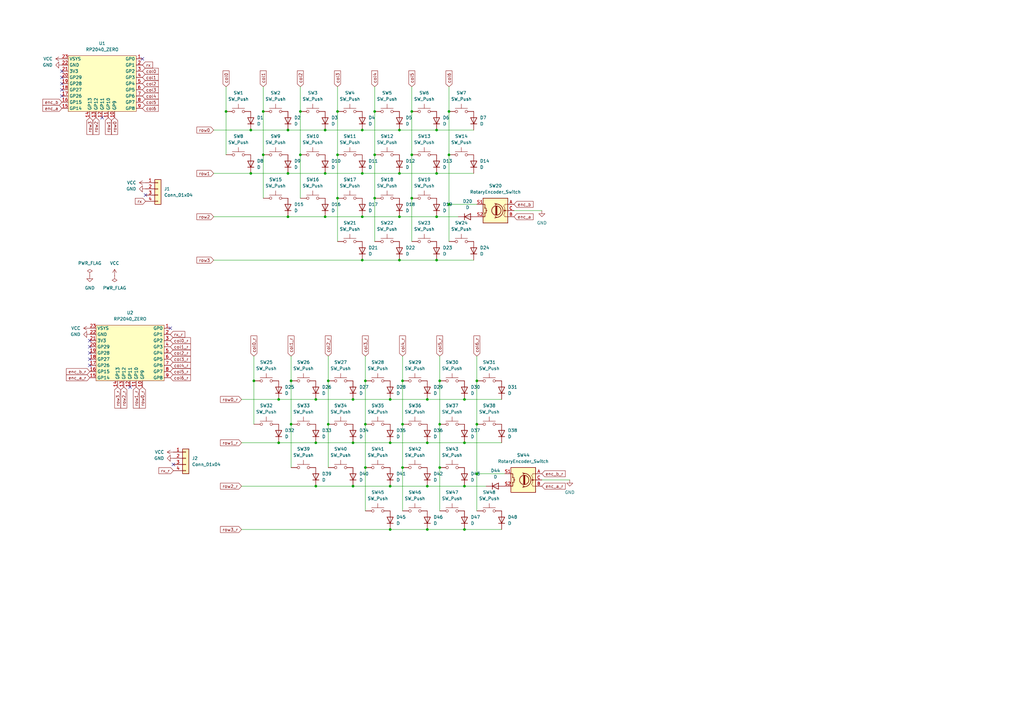
<source format=kicad_sch>
(kicad_sch (version 20230121) (generator eeschema)
  (paper "A3")
  (lib_symbols
    (symbol "Connector_Generic:Conn_01x04" (pin_names (offset 1.016) hide)
      (property "Reference" "J" (at 0 5.08 0))
      (property "Value" "Conn_01x04" (at 0 -7.62 0))
      (symbol "Conn_01x04_1_1"
        (rectangle (start -1.27 -4.953) (end 0 -5.207) (stroke (width 0.1524)))
        (rectangle (start -1.27 -2.413) (end 0 -2.667) (stroke (width 0.1524)))
        (rectangle (start -1.27 0.127) (end 0 -0.127) (stroke (width 0.1524)))
        (rectangle (start -1.27 2.667) (end 0 2.413) (stroke (width 0.1524)))
        (rectangle (start -1.27 3.81) (end 1.27 -6.35) (stroke (width 0.254)) (fill (type background)))
        (pin passive line (at -5.08 2.54 0) (length 3.81) (name "Pin_1") (number "1"))
        (pin passive line (at -5.08 0 0) (length 3.81) (name "Pin_2") (number "2"))
        (pin passive line (at -5.08 -2.54 0) (length 3.81) (name "Pin_3") (number "3"))
        (pin passive line (at -5.08 -5.08 0) (length 3.81) (name "Pin_4") (number "4"))
      )
    )
    (symbol "Device:D" (pin_numbers hide) (pin_names (offset 1.016) hide)
      (property "Reference" "D" (at 0 2.54 0))
      (property "Value" "D" (at 0 -2.54 0))
      (symbol "D_0_1"
        (polyline (pts (xy -1.27 1.27) (xy -1.27 -1.27)) (stroke (width 0.254)))
        (polyline (pts (xy 1.27 0) (xy -1.27 0)))
        (polyline (pts (xy 1.27 1.27) (xy 1.27 -1.27) (xy -1.27 0) (xy 1.27 1.27)) (stroke (width 0.254)))
      )
      (symbol "D_1_1"
        (pin passive line (at -3.81 0 0) (length 2.54) (name "K") (number "1"))
        (pin passive line (at 3.81 0 180) (length 2.54) (name "A") (number "2"))
      )
    )
    (symbol "Device:RotaryEncoder_Switch" (pin_names (offset 0.254) hide)
      (property "Reference" "SW" (at 0 6.604 0))
      (property "Value" "RotaryEncoder_Switch" (at 0 -6.604 0))
      (symbol "RotaryEncoder_Switch_0_1"
        (rectangle (start -5.08 5.08) (end 5.08 -5.08) (stroke (width 0.254)) (fill (type background)))
        (circle (center -3.81 0) (radius 0.254) (fill (type outline)))
        (circle (center -0.381 0) (radius 1.905) (stroke (width 0.254)))
        (arc (start -0.381 2.667) (mid -3.0988 -0.0635) (end -0.381 -2.794) (stroke (width 0.254)))
        (polyline (pts (xy -0.635 -1.778) (xy -0.635 1.778)) (stroke (width 0.254)))
        (polyline (pts (xy -0.381 -1.778) (xy -0.381 1.778)) (stroke (width 0.254)))
        (polyline (pts (xy -0.127 1.778) (xy -0.127 -1.778)) (stroke (width 0.254)))
        (polyline (pts (xy 3.81 0) (xy 3.429 0)) (stroke (width 0.254)))
        (polyline (pts (xy 3.81 1.016) (xy 3.81 -1.016)) (stroke (width 0.254)))
        (polyline (pts (xy -5.08 -2.54) (xy -3.81 -2.54) (xy -3.81 -2.032)))
        (polyline (pts (xy -5.08 2.54) (xy -3.81 2.54) (xy -3.81 2.032)))
        (polyline (pts (xy 0.254 -3.048) (xy -0.508 -2.794) (xy 0.127 -2.413)) (stroke (width 0.254)))
        (polyline (pts (xy 0.254 2.921) (xy -0.508 2.667) (xy 0.127 2.286)) (stroke (width 0.254)))
        (polyline (pts (xy 5.08 -2.54) (xy 4.318 -2.54) (xy 4.318 -1.016)) (stroke (width 0.254)))
        (polyline (pts (xy 5.08 2.54) (xy 4.318 2.54) (xy 4.318 1.016)) (stroke (width 0.254)))
        (polyline (pts (xy -5.08 0) (xy -3.81 0) (xy -3.81 -1.016) (xy -3.302 -2.032)))
        (polyline (pts (xy -4.318 0) (xy -3.81 0) (xy -3.81 1.016) (xy -3.302 2.032)))
        (circle (center 4.318 -1.016) (radius 0.127) (stroke (width 0.254)))
        (circle (center 4.318 1.016) (radius 0.127) (stroke (width 0.254)))
      )
      (symbol "RotaryEncoder_Switch_1_1"
        (pin passive line (at -7.62 2.54 0) (length 2.54) (name "A") (number "A"))
        (pin passive line (at -7.62 -2.54 0) (length 2.54) (name "B") (number "B"))
        (pin passive line (at -7.62 0 0) (length 2.54) (name "C") (number "C"))
        (pin passive line (at 7.62 2.54 180) (length 2.54) (name "S1") (number "S1"))
        (pin passive line (at 7.62 -2.54 180) (length 2.54) (name "S2") (number "S2"))
      )
    )
    (symbol "Switch:SW_Push" (pin_numbers hide) (pin_names (offset 1.016) hide)
      (property "Reference" "SW" (at 1.27 2.54 0))
      (property "Value" "SW_Push" (at 0 -1.524 0))
      (symbol "SW_Push_0_1"
        (circle (center -2.032 0) (radius 0.508))
        (polyline (pts (xy 0 1.27) (xy 0 3.048)))
        (polyline (pts (xy 2.54 1.27) (xy -2.54 1.27)))
        (circle (center 2.032 0) (radius 0.508))
        (pin passive line (at -5.08 0 0) (length 2.54) (name "1") (number "1"))
        (pin passive line (at 5.08 0 180) (length 2.54) (name "2") (number "2"))
      )
    )
    (symbol "kamo3:RP2040-ZERO"
      (property "Reference" "U" (at 0 13.97 0))
      (property "Value" "RP2040_ZERO" (at 0 0 0))
      (symbol "RP2040-ZERO_1_1"
        (rectangle (start -13.97 10.16) (end 13.97 -12.7) (fill (type background)))
        (pin bidirectional line (at 16.51 8.89 180) (length 2.54) (name "GP0") (number "1"))
        (pin bidirectional line (at 5.08 -15.24 90) (length 2.54) (name "GP9") (number "10"))
        (pin bidirectional line (at 2.54 -15.24 90) (length 2.54) (name "GP10") (number "11"))
        (pin bidirectional line (at 0 -15.24 90) (length 2.54) (name "GP11") (number "12"))
        (pin bidirectional line (at -2.54 -15.24 90) (length 2.54) (name "GP12") (number "13"))
        (pin bidirectional line (at -5.08 -15.24 90) (length 2.54) (name "GP13") (number "14"))
        (pin bidirectional line (at -16.51 -11.43 0) (length 2.54) (name "GP14") (number "15"))
        (pin bidirectional line (at -16.51 -8.89 0) (length 2.54) (name "GP15") (number "16"))
        (pin bidirectional line (at -16.51 -6.35 0) (length 2.54) (name "GP26") (number "17"))
        (pin bidirectional line (at -16.51 -3.81 0) (length 2.54) (name "GP27") (number "18"))
        (pin bidirectional line (at -16.51 -1.27 0) (length 2.54) (name "GP28") (number "19"))
        (pin bidirectional line (at 16.51 6.35 180) (length 2.54) (name "GP1") (number "2"))
        (pin bidirectional line (at -16.51 1.27 0) (length 2.54) (name "GP29") (number "20"))
        (pin power_out line (at -16.51 3.81 0) (length 2.54) (name "3V3") (number "21"))
        (pin power_in line (at -16.51 6.35 0) (length 2.54) (name "GND") (number "22"))
        (pin power_in line (at -16.51 8.89 0) (length 2.54) (name "VSYS") (number "23"))
        (pin bidirectional line (at 16.51 3.81 180) (length 2.54) (name "GP2") (number "3"))
        (pin bidirectional line (at 16.51 1.27 180) (length 2.54) (name "GP3") (number "4"))
        (pin bidirectional line (at 16.51 -1.27 180) (length 2.54) (name "GP4") (number "5"))
        (pin bidirectional line (at 16.51 -3.81 180) (length 2.54) (name "GP5") (number "6"))
        (pin bidirectional line (at 16.51 -6.35 180) (length 2.54) (name "GP6") (number "7"))
        (pin bidirectional line (at 16.51 -8.89 180) (length 2.54) (name "GP7") (number "8"))
        (pin bidirectional line (at 16.51 -11.43 180) (length 2.54) (name "GP8") (number "9"))
      )
    )
    (symbol "power:GND" (power) (pin_names (offset 0))
      (property "Value" "GND" (at 0 -3.81 0))
      (symbol "GND_0_1"
        (polyline (pts (xy 0 0) (xy 0 -1.27) (xy 1.27 -1.27) (xy 0 -2.54) (xy -1.27 -1.27) (xy 0 -1.27)))
      )
      (symbol "GND_1_1"
        (pin power_in line (at 0 0 270) (length 0) hide (name "GND") (number "1"))
      )
    )
    (symbol "power:PWR_FLAG" (power) (pin_numbers hide) (pin_names (offset 0) hide)
      (property "Value" "PWR_FLAG" (at 0 3.81 0))
      (symbol "PWR_FLAG_0_0"
        (pin power_out line (at 0 0 90) (length 0) (name "pwr") (number "1"))
      )
      (symbol "PWR_FLAG_0_1"
        (polyline (pts (xy 0 0) (xy 0 1.27) (xy -1.016 1.905) (xy 0 2.54) (xy 1.016 1.905) (xy 0 1.27)))
      )
    )
    (symbol "power:VCC" (power) (pin_names (offset 0))
      (property "Value" "VCC" (at 0 3.81 0))
      (symbol "VCC_0_1"
        (polyline (pts (xy -0.762 1.27) (xy 0 2.54)))
        (polyline (pts (xy 0 0) (xy 0 2.54)))
        (polyline (pts (xy 0 2.54) (xy 0.762 1.27)))
      )
      (symbol "VCC_1_1"
        (pin power_in line (at 0 0 90) (length 0) hide (name "VCC") (number "1"))
      )
    )
  )
  (junction (at 165.1 156.21))
  (junction (at 163.83 88.9))
  (junction (at 144.78 181.61))
  (junction (at 160.02 163.83))
  (junction (at 175.26 181.61))
  (junction (at 148.59 71.12))
  (junction (at 179.07 88.9))
  (junction (at 163.83 53.34))
  (junction (at 138.43 81.28))
  (junction (at 104.14 156.21))
  (junction (at 144.78 199.39))
  (junction (at 180.34 156.21))
  (junction (at 92.71 45.72))
  (junction (at 102.87 71.12))
  (junction (at 102.87 53.34))
  (junction (at 118.11 88.9))
  (junction (at 148.59 88.9))
  (junction (at 175.26 199.39))
  (junction (at 123.19 45.72))
  (junction (at 184.15 83.82))
  (junction (at 175.26 217.17))
  (junction (at 114.3 181.61))
  (junction (at 144.78 163.83))
  (junction (at 179.07 71.12))
  (junction (at 153.67 45.72))
  (junction (at 134.62 156.21))
  (junction (at 190.5 199.39))
  (junction (at 119.38 173.99))
  (junction (at 149.86 156.21))
  (junction (at 180.34 191.77))
  (junction (at 163.83 106.68))
  (junction (at 148.59 53.34))
  (junction (at 138.43 63.5))
  (junction (at 153.67 81.28))
  (junction (at 190.5 217.17))
  (junction (at 179.07 53.34))
  (junction (at 163.83 71.12))
  (junction (at 138.43 45.72))
  (junction (at 149.86 173.99))
  (junction (at 123.19 63.5))
  (junction (at 107.95 63.5))
  (junction (at 153.67 63.5))
  (junction (at 180.34 173.99))
  (junction (at 165.1 191.77))
  (junction (at 133.35 88.9))
  (junction (at 190.5 181.61))
  (junction (at 118.11 71.12))
  (junction (at 133.35 53.34))
  (junction (at 160.02 199.39))
  (junction (at 134.62 173.99))
  (junction (at 107.95 45.72))
  (junction (at 160.02 217.17))
  (junction (at 160.02 181.61))
  (junction (at 195.58 156.21))
  (junction (at 179.07 106.68))
  (junction (at 119.38 156.21))
  (junction (at 148.59 106.68))
  (junction (at 195.58 194.31))
  (junction (at 184.15 45.72))
  (junction (at 190.5 163.83))
  (junction (at 133.35 71.12))
  (junction (at 114.3 163.83))
  (junction (at 184.15 63.5))
  (junction (at 129.54 199.39))
  (junction (at 118.11 53.34))
  (junction (at 129.54 163.83))
  (junction (at 168.91 81.28))
  (junction (at 168.91 45.72))
  (junction (at 129.54 181.61))
  (junction (at 149.86 191.77))
  (junction (at 168.91 63.5))
  (junction (at 165.1 173.99))
  (junction (at 175.26 163.83))
  (junction (at 195.58 173.99))
  (no_connect (at 58.42 24.13))
  (no_connect (at 25.4 31.75))
  (no_connect (at 69.85 134.62))
  (no_connect (at 25.4 29.21))
  (no_connect (at 53.34 158.75))
  (no_connect (at 71.12 190.5))
  (no_connect (at 36.83 149.86))
  (no_connect (at 36.83 144.78))
  (no_connect (at 25.4 34.29))
  (no_connect (at 59.69 80.01))
  (no_connect (at 36.83 142.24))
  (no_connect (at 36.83 139.7))
  (no_connect (at 41.91 48.26))
  (no_connect (at 36.83 147.32))
  (no_connect (at 25.4 39.37))
  (no_connect (at 25.4 36.83))
  (wire (pts (xy 123.19 63.5) (xy 123.19 81.28)))
  (wire (pts (xy 138.43 45.72) (xy 138.43 63.5)))
  (wire (pts (xy 119.38 156.21) (xy 119.38 173.99)))
  (wire (pts (xy 134.62 156.21) (xy 134.62 173.99)))
  (wire (pts (xy 222.25 196.85) (xy 233.68 196.85)))
  (wire (pts (xy 129.54 163.83) (xy 144.78 163.83)))
  (wire (pts (xy 179.07 53.34) (xy 194.31 53.34)))
  (wire (pts (xy 114.3 181.61) (xy 129.54 181.61)))
  (wire (pts (xy 119.38 146.05) (xy 119.38 156.21)))
  (wire (pts (xy 149.86 156.21) (xy 149.86 173.99)))
  (wire (pts (xy 138.43 63.5) (xy 138.43 81.28)))
  (wire (pts (xy 195.58 194.31) (xy 195.58 209.55)))
  (wire (pts (xy 87.63 88.9) (xy 118.11 88.9)))
  (wire (pts (xy 168.91 63.5) (xy 168.91 81.28)))
  (wire (pts (xy 104.14 146.05) (xy 104.14 156.21)))
  (wire (pts (xy 87.63 71.12) (xy 102.87 71.12)))
  (wire (pts (xy 195.58 173.99) (xy 195.58 194.31)))
  (wire (pts (xy 160.02 199.39) (xy 175.26 199.39)))
  (wire (pts (xy 168.91 45.72) (xy 168.91 63.5)))
  (wire (pts (xy 175.26 217.17) (xy 190.5 217.17)))
  (wire (pts (xy 190.5 163.83) (xy 205.74 163.83)))
  (wire (pts (xy 180.34 191.77) (xy 180.34 209.55)))
  (wire (pts (xy 144.78 163.83) (xy 160.02 163.83)))
  (wire (pts (xy 165.1 146.05) (xy 165.1 156.21)))
  (wire (pts (xy 92.71 35.56) (xy 92.71 45.72)))
  (wire (pts (xy 134.62 173.99) (xy 134.62 191.77)))
  (wire (pts (xy 153.67 63.5) (xy 153.67 81.28)))
  (wire (pts (xy 153.67 35.56) (xy 153.67 45.72)))
  (wire (pts (xy 107.95 35.56) (xy 107.95 45.72)))
  (wire (pts (xy 138.43 35.56) (xy 138.43 45.72)))
  (wire (pts (xy 133.35 53.34) (xy 148.59 53.34)))
  (wire (pts (xy 210.82 86.36) (xy 222.25 86.36)))
  (wire (pts (xy 195.58 156.21) (xy 195.58 173.99)))
  (wire (pts (xy 168.91 35.56) (xy 168.91 45.72)))
  (wire (pts (xy 190.5 217.17) (xy 205.74 217.17)))
  (wire (pts (xy 123.19 35.56) (xy 123.19 45.72)))
  (wire (pts (xy 184.15 45.72) (xy 184.15 63.5)))
  (wire (pts (xy 153.67 45.72) (xy 153.67 63.5)))
  (wire (pts (xy 99.06 217.17) (xy 160.02 217.17)))
  (wire (pts (xy 138.43 81.28) (xy 138.43 99.06)))
  (wire (pts (xy 184.15 83.82) (xy 195.58 83.82)))
  (wire (pts (xy 148.59 53.34) (xy 163.83 53.34)))
  (wire (pts (xy 190.5 181.61) (xy 205.74 181.61)))
  (wire (pts (xy 144.78 181.61) (xy 160.02 181.61)))
  (wire (pts (xy 99.06 199.39) (xy 129.54 199.39)))
  (wire (pts (xy 99.06 163.83) (xy 114.3 163.83)))
  (wire (pts (xy 180.34 173.99) (xy 180.34 191.77)))
  (wire (pts (xy 148.59 88.9) (xy 163.83 88.9)))
  (wire (pts (xy 168.91 81.28) (xy 168.91 99.06)))
  (wire (pts (xy 148.59 71.12) (xy 163.83 71.12)))
  (wire (pts (xy 163.83 88.9) (xy 179.07 88.9)))
  (wire (pts (xy 165.1 173.99) (xy 165.1 191.77)))
  (wire (pts (xy 99.06 181.61) (xy 114.3 181.61)))
  (wire (pts (xy 153.67 81.28) (xy 153.67 99.06)))
  (wire (pts (xy 195.58 146.05) (xy 195.58 156.21)))
  (wire (pts (xy 165.1 156.21) (xy 165.1 173.99)))
  (wire (pts (xy 119.38 173.99) (xy 119.38 191.77)))
  (wire (pts (xy 165.1 191.77) (xy 165.1 209.55)))
  (wire (pts (xy 148.59 106.68) (xy 163.83 106.68)))
  (wire (pts (xy 133.35 71.12) (xy 148.59 71.12)))
  (wire (pts (xy 102.87 53.34) (xy 118.11 53.34)))
  (wire (pts (xy 179.07 71.12) (xy 194.31 71.12)))
  (wire (pts (xy 87.63 53.34) (xy 102.87 53.34)))
  (wire (pts (xy 107.95 45.72) (xy 107.95 63.5)))
  (wire (pts (xy 118.11 88.9) (xy 133.35 88.9)))
  (wire (pts (xy 179.07 88.9) (xy 187.96 88.9)))
  (wire (pts (xy 163.83 106.68) (xy 179.07 106.68)))
  (wire (pts (xy 129.54 199.39) (xy 144.78 199.39)))
  (wire (pts (xy 184.15 83.82) (xy 184.15 99.06)))
  (wire (pts (xy 180.34 146.05) (xy 180.34 156.21)))
  (wire (pts (xy 129.54 181.61) (xy 144.78 181.61)))
  (wire (pts (xy 184.15 35.56) (xy 184.15 45.72)))
  (wire (pts (xy 160.02 163.83) (xy 175.26 163.83)))
  (wire (pts (xy 184.15 63.5) (xy 184.15 83.82)))
  (wire (pts (xy 179.07 106.68) (xy 194.31 106.68)))
  (wire (pts (xy 175.26 163.83) (xy 190.5 163.83)))
  (wire (pts (xy 104.14 156.21) (xy 104.14 173.99)))
  (wire (pts (xy 149.86 191.77) (xy 149.86 209.55)))
  (wire (pts (xy 118.11 53.34) (xy 133.35 53.34)))
  (wire (pts (xy 160.02 181.61) (xy 175.26 181.61)))
  (wire (pts (xy 190.5 199.39) (xy 199.39 199.39)))
  (wire (pts (xy 87.63 106.68) (xy 148.59 106.68)))
  (wire (pts (xy 149.86 146.05) (xy 149.86 156.21)))
  (wire (pts (xy 160.02 217.17) (xy 175.26 217.17)))
  (wire (pts (xy 92.71 45.72) (xy 92.71 63.5)))
  (wire (pts (xy 163.83 71.12) (xy 179.07 71.12)))
  (wire (pts (xy 144.78 199.39) (xy 160.02 199.39)))
  (wire (pts (xy 175.26 181.61) (xy 190.5 181.61)))
  (wire (pts (xy 107.95 63.5) (xy 107.95 81.28)))
  (wire (pts (xy 180.34 156.21) (xy 180.34 173.99)))
  (wire (pts (xy 175.26 199.39) (xy 190.5 199.39)))
  (wire (pts (xy 118.11 71.12) (xy 133.35 71.12)))
  (wire (pts (xy 134.62 146.05) (xy 134.62 156.21)))
  (wire (pts (xy 133.35 88.9) (xy 148.59 88.9)))
  (wire (pts (xy 123.19 45.72) (xy 123.19 63.5)))
  (wire (pts (xy 102.87 71.12) (xy 118.11 71.12)))
  (wire (pts (xy 114.3 163.83) (xy 129.54 163.83)))
  (wire (pts (xy 149.86 173.99) (xy 149.86 191.77)))
  (wire (pts (xy 163.83 53.34) (xy 179.07 53.34)))
  (wire (pts (xy 195.58 194.31) (xy 207.01 194.31)))
  (global_label "row1_r" (shape input) (at 99.06 181.61 180) (property "Intersheetrefs" "${INTERSHEET_REFS}" (effects hide)))
  (global_label "col2" (shape input) (at 58.42 34.29 0) (property "Intersheetrefs" "${INTERSHEET_REFS}" (effects hide)))
  (global_label "row0_r" (shape input) (at 99.06 163.83 180) (property "Intersheetrefs" "${INTERSHEET_REFS}" (effects hide)))
  (global_label "col3_r" (shape input) (at 149.86 146.05 90) (property "Intersheetrefs" "${INTERSHEET_REFS}" (effects hide)))
  (global_label "row3_r" (shape input) (at 48.26 158.75 270) (property "Intersheetrefs" "${INTERSHEET_REFS}" (effects hide)))
  (global_label "col4" (shape input) (at 153.67 35.56 90) (property "Intersheetrefs" "${INTERSHEET_REFS}" (effects hide)))
  (global_label "enc_b_r" (shape input) (at 222.25 194.31 0) (property "Intersheetrefs" "${INTERSHEET_REFS}" (effects hide)))
  (global_label "row1" (shape input) (at 44.45 48.26 270) (property "Intersheetrefs" "${INTERSHEET_REFS}" (effects hide)))
  (global_label "row2_r" (shape input) (at 99.06 199.39 180) (property "Intersheetrefs" "${INTERSHEET_REFS}" (effects hide)))
  (global_label "col2_r" (shape input) (at 69.85 144.78 0) (property "Intersheetrefs" "${INTERSHEET_REFS}" (effects hide)))
  (global_label "col0_r" (shape input) (at 104.14 146.05 90) (property "Intersheetrefs" "${INTERSHEET_REFS}" (effects hide)))
  (global_label "col6" (shape input) (at 184.15 35.56 90) (property "Intersheetrefs" "${INTERSHEET_REFS}" (effects hide)))
  (global_label "col5" (shape input) (at 168.91 35.56 90) (property "Intersheetrefs" "${INTERSHEET_REFS}" (effects hide)))
  (global_label "enc_a" (shape input) (at 25.4 44.45 180) (property "Intersheetrefs" "${INTERSHEET_REFS}" (effects hide)))
  (global_label "rx_r" (shape input) (at 71.12 193.04 180) (property "Intersheetrefs" "${INTERSHEET_REFS}" (effects hide)))
  (global_label "col3_r" (shape input) (at 69.85 147.32 0) (property "Intersheetrefs" "${INTERSHEET_REFS}" (effects hide)))
  (global_label "col2_r" (shape input) (at 134.62 146.05 90) (property "Intersheetrefs" "${INTERSHEET_REFS}" (effects hide)))
  (global_label "row0_r" (shape input) (at 58.42 158.75 270) (property "Intersheetrefs" "${INTERSHEET_REFS}" (effects hide)))
  (global_label "col3" (shape input) (at 138.43 35.56 90) (property "Intersheetrefs" "${INTERSHEET_REFS}" (effects hide)))
  (global_label "col6" (shape input) (at 58.42 44.45 0) (property "Intersheetrefs" "${INTERSHEET_REFS}" (effects hide)))
  (global_label "row2" (shape input) (at 39.37 48.26 270) (property "Intersheetrefs" "${INTERSHEET_REFS}" (effects hide)))
  (global_label "col4_r" (shape input) (at 165.1 146.05 90) (property "Intersheetrefs" "${INTERSHEET_REFS}" (effects hide)))
  (global_label "col4" (shape input) (at 58.42 39.37 0) (property "Intersheetrefs" "${INTERSHEET_REFS}" (effects hide)))
  (global_label "enc_a" (shape input) (at 210.82 88.9 0) (property "Intersheetrefs" "${INTERSHEET_REFS}" (effects hide)))
  (global_label "row3" (shape input) (at 36.83 48.26 270) (property "Intersheetrefs" "${INTERSHEET_REFS}" (effects hide)))
  (global_label "row3_r" (shape input) (at 99.06 217.17 180) (property "Intersheetrefs" "${INTERSHEET_REFS}" (effects hide)))
  (global_label "col5" (shape input) (at 58.42 41.91 0) (property "Intersheetrefs" "${INTERSHEET_REFS}" (effects hide)))
  (global_label "row2_r" (shape input) (at 50.8 158.75 270) (property "Intersheetrefs" "${INTERSHEET_REFS}" (effects hide)))
  (global_label "enc_b" (shape input) (at 25.4 41.91 180) (property "Intersheetrefs" "${INTERSHEET_REFS}" (effects hide)))
  (global_label "col4_r" (shape input) (at 69.85 149.86 0) (property "Intersheetrefs" "${INTERSHEET_REFS}" (effects hide)))
  (global_label "row1_r" (shape input) (at 55.88 158.75 270) (property "Intersheetrefs" "${INTERSHEET_REFS}" (effects hide)))
  (global_label "col1_r" (shape input) (at 69.85 142.24 0) (property "Intersheetrefs" "${INTERSHEET_REFS}" (effects hide)))
  (global_label "col6_r" (shape input) (at 69.85 154.94 0) (property "Intersheetrefs" "${INTERSHEET_REFS}" (effects hide)))
  (global_label "enc_b_r" (shape input) (at 36.83 152.4 180) (property "Intersheetrefs" "${INTERSHEET_REFS}" (effects hide)))
  (global_label "row0" (shape input) (at 87.63 53.34 180) (property "Intersheetrefs" "${INTERSHEET_REFS}" (effects hide)))
  (global_label "row1" (shape input) (at 87.63 71.12 180) (property "Intersheetrefs" "${INTERSHEET_REFS}" (effects hide)))
  (global_label "rx" (shape input) (at 59.69 82.55 180) (property "Intersheetrefs" "${INTERSHEET_REFS}" (effects hide)))
  (global_label "col5_r" (shape input) (at 180.34 146.05 90) (property "Intersheetrefs" "${INTERSHEET_REFS}" (effects hide)))
  (global_label "col0" (shape input) (at 92.71 35.56 90) (property "Intersheetrefs" "${INTERSHEET_REFS}" (effects hide)))
  (global_label "col6_r" (shape input) (at 195.58 146.05 90) (property "Intersheetrefs" "${INTERSHEET_REFS}" (effects hide)))
  (global_label "rx_r" (shape input) (at 69.85 137.16 0) (property "Intersheetrefs" "${INTERSHEET_REFS}" (effects hide)))
  (global_label "col3" (shape input) (at 58.42 36.83 0) (property "Intersheetrefs" "${INTERSHEET_REFS}" (effects hide)))
  (global_label "col0" (shape input) (at 58.42 29.21 0) (property "Intersheetrefs" "${INTERSHEET_REFS}" (effects hide)))
  (global_label "col1" (shape input) (at 107.95 35.56 90) (property "Intersheetrefs" "${INTERSHEET_REFS}" (effects hide)))
  (global_label "enc_a_r" (shape input) (at 222.25 199.39 0) (property "Intersheetrefs" "${INTERSHEET_REFS}" (effects hide)))
  (global_label "col0_r" (shape input) (at 69.85 139.7 0) (property "Intersheetrefs" "${INTERSHEET_REFS}" (effects hide)))
  (global_label "row3" (shape input) (at 87.63 106.68 180) (property "Intersheetrefs" "${INTERSHEET_REFS}" (effects hide)))
  (global_label "col2" (shape input) (at 123.19 35.56 90) (property "Intersheetrefs" "${INTERSHEET_REFS}" (effects hide)))
  (global_label "row0" (shape input) (at 46.99 48.26 270) (property "Intersheetrefs" "${INTERSHEET_REFS}" (effects hide)))
  (global_label "col1" (shape input) (at 58.42 31.75 0) (property "Intersheetrefs" "${INTERSHEET_REFS}" (effects hide)))
  (global_label "col5_r" (shape input) (at 69.85 152.4 0) (property "Intersheetrefs" "${INTERSHEET_REFS}" (effects hide)))
  (global_label "row2" (shape input) (at 87.63 88.9 180) (property "Intersheetrefs" "${INTERSHEET_REFS}" (effects hide)))
  (global_label "col1_r" (shape input) (at 119.38 146.05 90) (property "Intersheetrefs" "${INTERSHEET_REFS}" (effects hide)))
  (global_label "enc_a_r" (shape input) (at 36.83 154.94 180) (property "Intersheetrefs" "${INTERSHEET_REFS}" (effects hide)))
  (global_label "enc_b" (shape input) (at 210.82 83.82 0) (property "Intersheetrefs" "${INTERSHEET_REFS}" (effects hide)))
  (global_label "rx" (shape input) (at 58.42 26.67 0) (property "Intersheetrefs" "${INTERSHEET_REFS}" (effects hide)))
  (symbol (lib_id "Device:D") (at 144.78 160.02 90) (unit 1)
    (property "Reference" "D27" (at 147.32 158.75 90) (effects (justify right)))
    (property "Value" "D" (at 147.32 161.29 90) (effects (justify right)))
    (property "Footprint" "kamo3:Diode_SOD123" (effects hide))
    (property "Sim.Device" "D" (effects hide))
    (property "Sim.Pins" "1=K 2=A" (effects hide))
  )
  (symbol (lib_id "Switch:SW_Push") (at 139.7 156.21 0) (unit 1)
    (property "Reference" "SW27" (at 139.7 148.59 0))
    (property "Value" "SW_Push" (at 139.7 151.13 0))
    (property "Footprint" "kamo3:SW_CherryMX_Hotswap_1.00u" (effects hide))
  )
  (symbol (lib_id "Switch:SW_Push") (at 113.03 81.28 0) (unit 1)
    (property "Reference" "SW15" (at 113.03 73.66 0))
    (property "Value" "SW_Push" (at 113.03 76.2 0))
    (property "Footprint" "kamo3:SW_CherryMX_Hotswap_1.00u" (effects hide))
  )
  (symbol (lib_id "Device:D") (at 118.11 85.09 90) (unit 1)
    (property "Reference" "D15" (at 120.65 83.82 90) (effects (justify right)))
    (property "Value" "D" (at 120.65 86.36 90) (effects (justify right)))
    (property "Footprint" "kamo3:Diode_SOD123" (effects hide))
    (property "Sim.Device" "D" (effects hide))
    (property "Sim.Pins" "1=K 2=A" (effects hide))
  )
  (symbol (lib_id "Switch:SW_Push") (at 173.99 81.28 0) (unit 1)
    (property "Reference" "SW19" (at 173.99 73.66 0))
    (property "Value" "SW_Push" (at 173.99 76.2 0))
    (property "Footprint" "kamo3:SW_CherryMX_Hotswap_1.00u" (effects hide))
  )
  (symbol (lib_id "Switch:SW_Push") (at 154.94 173.99 0) (unit 1)
    (property "Reference" "SW35" (at 154.94 166.37 0))
    (property "Value" "SW_Push" (at 154.94 168.91 0))
    (property "Footprint" "kamo3:SW_CherryMX_Hotswap_1.00u" (effects hide))
  )
  (symbol (lib_id "Device:D") (at 114.3 177.8 90) (unit 1)
    (property "Reference" "D32" (at 116.84 176.53 90) (effects (justify right)))
    (property "Value" "D" (at 116.84 179.07 90) (effects (justify right)))
    (property "Footprint" "kamo3:Diode_SOD123" (effects hide))
    (property "Sim.Device" "D" (effects hide))
    (property "Sim.Pins" "1=K 2=A" (effects hide))
  )
  (symbol (lib_id "Switch:SW_Push") (at 113.03 45.72 0) (unit 1)
    (property "Reference" "SW2" (at 113.03 38.1 0))
    (property "Value" "SW_Push" (at 113.03 40.64 0))
    (property "Footprint" "kamo3:SW_CherryMX_Hotswap_1.00u" (effects hide))
  )
  (symbol (lib_id "Switch:SW_Push") (at 109.22 156.21 0) (unit 1)
    (property "Reference" "SW25" (at 109.22 148.59 0))
    (property "Value" "SW_Push" (at 109.22 151.13 0))
    (property "Footprint" "kamo3:SW_CherryMX_Hotswap_1.00u" (effects hide))
  )
  (symbol (lib_id "Switch:SW_Push") (at 189.23 45.72 0) (unit 1)
    (property "Reference" "SW7" (at 189.23 38.1 0))
    (property "Value" "SW_Push" (at 189.23 40.64 0))
    (property "Footprint" "kamo3:SW_CherryMX_Hotswap_1.00u" (effects hide))
  )
  (symbol (lib_id "Device:D") (at 205.74 160.02 90) (unit 1)
    (property "Reference" "D31" (at 208.28 158.75 90) (effects (justify right)))
    (property "Value" "D" (at 208.28 161.29 90) (effects (justify right)))
    (property "Footprint" "kamo3:Diode_SOD123" (effects hide))
    (property "Sim.Device" "D" (effects hide))
    (property "Sim.Pins" "1=K 2=A" (effects hide))
  )
  (symbol (lib_id "Switch:SW_Push") (at 143.51 99.06 0) (unit 1)
    (property "Reference" "SW21" (at 143.51 91.44 0))
    (property "Value" "SW_Push" (at 143.51 93.98 0))
    (property "Footprint" "kamo3:SW_CherryMX_Hotswap_1.00u" (effects hide))
  )
  (symbol (lib_id "Device:D") (at 175.26 195.58 90) (unit 1)
    (property "Reference" "D42" (at 177.8 194.31 90) (effects (justify right)))
    (property "Value" "D" (at 177.8 196.85 90) (effects (justify right)))
    (property "Footprint" "kamo3:Diode_SOD123" (effects hide))
    (property "Sim.Device" "D" (effects hide))
    (property "Sim.Pins" "1=K 2=A" (effects hide))
  )
  (symbol (lib_id "Device:D") (at 129.54 195.58 90) (unit 1)
    (property "Reference" "D39" (at 132.08 194.31 90) (effects (justify right)))
    (property "Value" "D" (at 132.08 196.85 90) (effects (justify right)))
    (property "Footprint" "kamo3:Diode_SOD123" (effects hide))
    (property "Sim.Device" "D" (effects hide))
    (property "Sim.Pins" "1=K 2=A" (effects hide))
  )
  (symbol (lib_id "Device:D") (at 102.87 67.31 90) (unit 1)
    (property "Reference" "D8" (at 105.41 66.04 90) (effects (justify right)))
    (property "Value" "D" (at 105.41 68.58 90) (effects (justify right)))
    (property "Footprint" "kamo3:Diode_SOD123" (effects hide))
    (property "Sim.Device" "D" (effects hide))
    (property "Sim.Pins" "1=K 2=A" (effects hide))
  )
  (symbol (lib_id "Switch:SW_Push") (at 200.66 173.99 0) (unit 1)
    (property "Reference" "SW38" (at 200.66 166.37 0))
    (property "Value" "SW_Push" (at 200.66 168.91 0))
    (property "Footprint" "kamo3:SW_CherryMX_Hotswap_1.00u" (effects hide))
  )
  (symbol (lib_id "Switch:SW_Push") (at 128.27 81.28 0) (unit 1)
    (property "Reference" "SW16" (at 128.27 73.66 0))
    (property "Value" "SW_Push" (at 128.27 76.2 0))
    (property "Footprint" "kamo3:SW_CherryMX_Hotswap_1.00u" (effects hide))
  )
  (symbol (lib_id "power:PWR_FLAG") (at 46.99 113.03 180) (unit 1)
    (property "Reference" "#FLG02" (effects hide))
    (property "Value" "PWR_FLAG" (at 46.99 118.11 0))
  )
  (symbol (lib_id "Device:D") (at 129.54 177.8 90) (unit 1)
    (property "Reference" "D33" (at 132.08 176.53 90) (effects (justify right)))
    (property "Value" "D" (at 132.08 179.07 90) (effects (justify right)))
    (property "Footprint" "kamo3:Diode_SOD123" (effects hide))
    (property "Sim.Device" "D" (effects hide))
    (property "Sim.Pins" "1=K 2=A" (effects hide))
  )
  (symbol (lib_id "Switch:SW_Push") (at 170.18 173.99 0) (unit 1)
    (property "Reference" "SW36" (at 170.18 166.37 0))
    (property "Value" "SW_Push" (at 170.18 168.91 0))
    (property "Footprint" "kamo3:SW_CherryMX_Hotswap_1.00u" (effects hide))
  )
  (symbol (lib_id "Switch:SW_Push") (at 158.75 99.06 0) (unit 1)
    (property "Reference" "SW22" (at 158.75 91.44 0))
    (property "Value" "SW_Push" (at 158.75 93.98 0))
    (property "Footprint" "kamo3:SW_CherryMX_Hotswap_1.00u" (effects hide))
  )
  (symbol (lib_id "Device:D") (at 190.5 177.8 90) (unit 1)
    (property "Reference" "D37" (at 193.04 176.53 90) (effects (justify right)))
    (property "Value" "D" (at 193.04 179.07 90) (effects (justify right)))
    (property "Footprint" "kamo3:Diode_SOD123" (effects hide))
    (property "Sim.Device" "D" (effects hide))
    (property "Sim.Pins" "1=K 2=A" (effects hide))
  )
  (symbol (lib_id "Device:D") (at 179.07 102.87 90) (unit 1)
    (property "Reference" "D23" (at 181.61 101.6 90) (effects (justify right)))
    (property "Value" "D" (at 181.61 104.14 90) (effects (justify right)))
    (property "Footprint" "kamo3:Diode_SOD123" (effects hide))
    (property "Sim.Device" "D" (effects hide))
    (property "Sim.Pins" "1=K 2=A" (effects hide))
  )
  (symbol (lib_id "Device:D") (at 148.59 102.87 90) (unit 1)
    (property "Reference" "D21" (at 151.13 101.6 90) (effects (justify right)))
    (property "Value" "D" (at 151.13 104.14 90) (effects (justify right)))
    (property "Footprint" "kamo3:Diode_SOD123" (effects hide))
    (property "Sim.Device" "D" (effects hide))
    (property "Sim.Pins" "1=K 2=A" (effects hide))
  )
  (symbol (lib_id "Device:D") (at 194.31 67.31 90) (unit 1)
    (property "Reference" "D14" (at 196.85 66.04 90) (effects (justify right)))
    (property "Value" "D" (at 196.85 68.58 90) (effects (justify right)))
    (property "Footprint" "kamo3:Diode_SOD123" (effects hide))
    (property "Sim.Device" "D" (effects hide))
    (property "Sim.Pins" "1=K 2=A" (effects hide))
  )
  (symbol (lib_id "Switch:SW_Push") (at 200.66 209.55 0) (unit 1)
    (property "Reference" "SW48" (at 200.66 201.93 0))
    (property "Value" "SW_Push" (at 200.66 204.47 0))
    (property "Footprint" "kamo3:SW_CherryMX_Hotswap_1.50u" (effects hide))
  )
  (symbol (lib_id "Switch:SW_Push") (at 173.99 45.72 0) (unit 1)
    (property "Reference" "SW6" (at 173.99 38.1 0))
    (property "Value" "SW_Push" (at 173.99 40.64 0))
    (property "Footprint" "kamo3:SW_CherryMX_Hotswap_1.00u" (effects hide))
  )
  (symbol (lib_id "Device:D") (at 160.02 160.02 90) (unit 1)
    (property "Reference" "D28" (at 162.56 158.75 90) (effects (justify right)))
    (property "Value" "D" (at 162.56 161.29 90) (effects (justify right)))
    (property "Footprint" "kamo3:Diode_SOD123" (effects hide))
    (property "Sim.Device" "D" (effects hide))
    (property "Sim.Pins" "1=K 2=A" (effects hide))
  )
  (symbol (lib_id "Device:D") (at 148.59 67.31 90) (unit 1)
    (property "Reference" "D11" (at 151.13 66.04 90) (effects (justify right)))
    (property "Value" "D" (at 151.13 68.58 90) (effects (justify right)))
    (property "Footprint" "kamo3:Diode_SOD123" (effects hide))
    (property "Sim.Device" "D" (effects hide))
    (property "Sim.Pins" "1=K 2=A" (effects hide))
  )
  (symbol (lib_id "Switch:SW_Push") (at 170.18 191.77 0) (unit 1)
    (property "Reference" "SW42" (at 170.18 184.15 0))
    (property "Value" "SW_Push" (at 170.18 186.69 0))
    (property "Footprint" "kamo3:SW_CherryMX_Hotswap_1.00u" (effects hide))
  )
  (symbol (lib_id "power:PWR_FLAG") (at 36.83 113.03 0) (unit 1)
    (property "Reference" "#FLG01" (effects hide))
    (property "Value" "PWR_FLAG" (at 36.83 107.95 0))
  )
  (symbol (lib_id "Device:D") (at 191.77 88.9 0) (unit 1)
    (property "Reference" "D20" (at 191.77 82.55 0))
    (property "Value" "D" (at 191.77 85.09 0))
    (property "Footprint" "kamo3:Diode_SOD123" (effects hide))
    (property "Sim.Device" "D" (effects hide))
    (property "Sim.Pins" "1=K 2=A" (effects hide))
  )
  (symbol (lib_id "power:VCC") (at 46.99 113.03 0) (unit 1)
    (property "Reference" "#PWR012" (effects hide))
    (property "Value" "VCC" (at 46.99 107.95 0))
  )
  (symbol (lib_id "Switch:SW_Push") (at 189.23 99.06 0) (unit 1)
    (property "Reference" "SW24" (at 189.23 91.44 0))
    (property "Value" "SW_Push" (at 189.23 93.98 0))
    (property "Footprint" "kamo3:SW_CherryMX_Hotswap_1.50u" (effects hide))
  )
  (symbol (lib_id "Device:D") (at 160.02 177.8 90) (unit 1)
    (property "Reference" "D35" (at 162.56 176.53 90) (effects (justify right)))
    (property "Value" "D" (at 162.56 179.07 90) (effects (justify right)))
    (property "Footprint" "kamo3:Diode_SOD123" (effects hide))
    (property "Sim.Device" "D" (effects hide))
    (property "Sim.Pins" "1=K 2=A" (effects hide))
  )
  (symbol (lib_id "Device:D") (at 179.07 85.09 90) (unit 1)
    (property "Reference" "D19" (at 181.61 83.82 90) (effects (justify right)))
    (property "Value" "D" (at 181.61 86.36 90) (effects (justify right)))
    (property "Footprint" "kamo3:Diode_SOD123" (effects hide))
    (property "Sim.Device" "D" (effects hide))
    (property "Sim.Pins" "1=K 2=A" (effects hide))
  )
  (symbol (lib_id "Device:D") (at 144.78 195.58 90) (unit 1)
    (property "Reference" "D40" (at 147.32 194.31 90) (effects (justify right)))
    (property "Value" "D" (at 147.32 196.85 90) (effects (justify right)))
    (property "Footprint" "kamo3:Diode_SOD123" (effects hide))
    (property "Sim.Device" "D" (effects hide))
    (property "Sim.Pins" "1=K 2=A" (effects hide))
  )
  (symbol (lib_id "Device:RotaryEncoder_Switch") (at 203.2 86.36 0) (mirror y) (unit 1)
    (property "Reference" "SW20" (at 203.2 76.2 0))
    (property "Value" "RotaryEncoder_Switch" (at 203.2 78.74 0))
    (property "Footprint" "keebio:RotaryEncoder_EC11" (effects hide))
  )
  (symbol (lib_id "Device:D") (at 118.11 49.53 90) (unit 1)
    (property "Reference" "D2" (at 120.65 48.26 90) (effects (justify right)))
    (property "Value" "D" (at 120.65 50.8 90) (effects (justify right)))
    (property "Footprint" "kamo3:Diode_SOD123" (effects hide))
    (property "Sim.Device" "D" (effects hide))
    (property "Sim.Pins" "1=K 2=A" (effects hide))
  )
  (symbol (lib_id "Connector_Generic:Conn_01x04") (at 64.77 77.47 0) (unit 1)
    (property "Reference" "J1" (at 67.31 77.47 0) (effects (justify left)))
    (property "Value" "Conn_01x04" (at 67.31 80.01 0) (effects (justify left)))
    (property "Footprint" "kamo3:MJ-4PP-9" (effects hide))
  )
  (symbol (lib_id "Switch:SW_Push") (at 158.75 81.28 0) (unit 1)
    (property "Reference" "SW18" (at 158.75 73.66 0))
    (property "Value" "SW_Push" (at 158.75 76.2 0))
    (property "Footprint" "kamo3:SW_CherryMX_Hotswap_1.00u" (effects hide))
  )
  (symbol (lib_id "Device:D") (at 175.26 160.02 90) (unit 1)
    (property "Reference" "D29" (at 177.8 158.75 90) (effects (justify right)))
    (property "Value" "D" (at 177.8 161.29 90) (effects (justify right)))
    (property "Footprint" "kamo3:Diode_SOD123" (effects hide))
    (property "Sim.Device" "D" (effects hide))
    (property "Sim.Pins" "1=K 2=A" (effects hide))
  )
  (symbol (lib_id "Device:D") (at 133.35 67.31 90) (unit 1)
    (property "Reference" "D10" (at 135.89 66.04 90) (effects (justify right)))
    (property "Value" "D" (at 135.89 68.58 90) (effects (justify right)))
    (property "Footprint" "kamo3:Diode_SOD123" (effects hide))
    (property "Sim.Device" "D" (effects hide))
    (property "Sim.Pins" "1=K 2=A" (effects hide))
  )
  (symbol (lib_id "Device:D") (at 133.35 85.09 90) (unit 1)
    (property "Reference" "D16" (at 135.89 83.82 90) (effects (justify right)))
    (property "Value" "D" (at 135.89 86.36 90) (effects (justify right)))
    (property "Footprint" "kamo3:Diode_SOD123" (effects hide))
    (property "Sim.Device" "D" (effects hide))
    (property "Sim.Pins" "1=K 2=A" (effects hide))
  )
  (symbol (lib_id "Device:D") (at 148.59 85.09 90) (unit 1)
    (property "Reference" "D17" (at 151.13 83.82 90) (effects (justify right)))
    (property "Value" "D" (at 151.13 86.36 90) (effects (justify right)))
    (property "Footprint" "kamo3:Diode_SOD123" (effects hide))
    (property "Sim.Device" "D" (effects hide))
    (property "Sim.Pins" "1=K 2=A" (effects hide))
  )
  (symbol (lib_id "Device:D") (at 163.83 67.31 90) (unit 1)
    (property "Reference" "D12" (at 166.37 66.04 90) (effects (justify right)))
    (property "Value" "D" (at 166.37 68.58 90) (effects (justify right)))
    (property "Footprint" "kamo3:Diode_SOD123" (effects hide))
    (property "Sim.Device" "D" (effects hide))
    (property "Sim.Pins" "1=K 2=A" (effects hide))
  )
  (symbol (lib_id "Device:D") (at 175.26 177.8 90) (unit 1)
    (property "Reference" "D36" (at 177.8 176.53 90) (effects (justify right)))
    (property "Value" "D" (at 177.8 179.07 90) (effects (justify right)))
    (property "Footprint" "kamo3:Diode_SOD123" (effects hide))
    (property "Sim.Device" "D" (effects hide))
    (property "Sim.Pins" "1=K 2=A" (effects hide))
  )
  (symbol (lib_id "Device:D") (at 194.31 49.53 90) (unit 1)
    (property "Reference" "D7" (at 196.85 48.26 90) (effects (justify right)))
    (property "Value" "D" (at 196.85 50.8 90) (effects (justify right)))
    (property "Footprint" "kamo3:Diode_SOD123" (effects hide))
    (property "Sim.Device" "D" (effects hide))
    (property "Sim.Pins" "1=K 2=A" (effects hide))
  )
  (symbol (lib_id "Switch:SW_Push") (at 139.7 191.77 0) (unit 1)
    (property "Reference" "SW40" (at 139.7 184.15 0))
    (property "Value" "SW_Push" (at 139.7 186.69 0))
    (property "Footprint" "kamo3:SW_CherryMX_Hotswap_1.00u" (effects hide))
  )
  (symbol (lib_id "power:GND") (at 71.12 187.96 270) (unit 1)
    (property "Reference" "#PWR09" (effects hide))
    (property "Value" "GND" (at 67.31 187.96 90) (effects (justify right)))
  )
  (symbol (lib_id "Device:D") (at 144.78 177.8 90) (unit 1)
    (property "Reference" "D34" (at 147.32 176.53 90) (effects (justify right)))
    (property "Value" "D" (at 147.32 179.07 90) (effects (justify right)))
    (property "Footprint" "kamo3:Diode_SOD123" (effects hide))
    (property "Sim.Device" "D" (effects hide))
    (property "Sim.Pins" "1=K 2=A" (effects hide))
  )
  (symbol (lib_id "Switch:SW_Push") (at 154.94 209.55 0) (unit 1)
    (property "Reference" "SW45" (at 154.94 201.93 0))
    (property "Value" "SW_Push" (at 154.94 204.47 0))
    (property "Footprint" "kamo3:SW_CherryMX_Hotswap_1.00u" (effects hide))
  )
  (symbol (lib_id "kamo3:RP2040-ZERO") (at 53.34 143.51 0) (unit 1)
    (property "Reference" "U2" (at 53.34 128.27 0))
    (property "Value" "RP2040_ZERO" (at 53.34 130.81 0))
    (property "Footprint" "kamo3:RP2040-ZERO_SMD" (effects hide))
  )
  (symbol (lib_id "Device:D") (at 129.54 160.02 90) (unit 1)
    (property "Reference" "D26" (at 132.08 158.75 90) (effects (justify right)))
    (property "Value" "D" (at 132.08 161.29 90) (effects (justify right)))
    (property "Footprint" "kamo3:Diode_SOD123" (effects hide))
    (property "Sim.Device" "D" (effects hide))
    (property "Sim.Pins" "1=K 2=A" (effects hide))
  )
  (symbol (lib_id "Switch:SW_Push") (at 185.42 156.21 0) (unit 1)
    (property "Reference" "SW30" (at 185.42 148.59 0))
    (property "Value" "SW_Push" (at 185.42 151.13 0))
    (property "Footprint" "kamo3:SW_CherryMX_Hotswap_1.00u" (effects hide))
  )
  (symbol (lib_id "power:VCC") (at 36.83 134.62 90) (unit 1)
    (property "Reference" "#PWR06" (effects hide))
    (property "Value" "VCC" (at 33.02 134.62 90) (effects (justify left)))
  )
  (symbol (lib_id "Device:D") (at 179.07 67.31 90) (unit 1)
    (property "Reference" "D13" (at 181.61 66.04 90) (effects (justify right)))
    (property "Value" "D" (at 181.61 68.58 90) (effects (justify right)))
    (property "Footprint" "kamo3:Diode_SOD123" (effects hide))
    (property "Sim.Device" "D" (effects hide))
    (property "Sim.Pins" "1=K 2=A" (effects hide))
  )
  (symbol (lib_id "Device:D") (at 190.5 160.02 90) (unit 1)
    (property "Reference" "D30" (at 193.04 158.75 90) (effects (justify right)))
    (property "Value" "D" (at 193.04 161.29 90) (effects (justify right)))
    (property "Footprint" "kamo3:Diode_SOD123" (effects hide))
    (property "Sim.Device" "D" (effects hide))
    (property "Sim.Pins" "1=K 2=A" (effects hide))
  )
  (symbol (lib_id "Device:D") (at 102.87 49.53 90) (unit 1)
    (property "Reference" "D1" (at 105.41 48.26 90) (effects (justify right)))
    (property "Value" "D" (at 105.41 50.8 90) (effects (justify right)))
    (property "Footprint" "kamo3:Diode_SOD123" (effects hide))
    (property "Sim.Device" "D" (effects hide))
    (property "Sim.Pins" "1=K 2=A" (effects hide))
  )
  (symbol (lib_id "power:VCC") (at 25.4 24.13 90) (unit 1)
    (property "Reference" "#PWR01" (effects hide))
    (property "Value" "VCC" (at 21.59 24.13 90) (effects (justify left)))
  )
  (symbol (lib_id "power:GND") (at 233.68 196.85 0) (unit 1)
    (property "Reference" "#PWR010" (effects hide))
    (property "Value" "GND" (at 233.68 201.93 0))
  )
  (symbol (lib_id "Switch:SW_Push") (at 97.79 45.72 0) (unit 1)
    (property "Reference" "SW1" (at 97.79 38.1 0))
    (property "Value" "SW_Push" (at 97.79 40.64 0))
    (property "Footprint" "kamo3:SW_CherryMX_Hotswap_1.00u" (effects hide))
  )
  (symbol (lib_id "Device:D") (at 205.74 213.36 90) (unit 1)
    (property "Reference" "D48" (at 208.28 212.09 90) (effects (justify right)))
    (property "Value" "D" (at 208.28 214.63 90) (effects (justify right)))
    (property "Footprint" "kamo3:Diode_SOD123" (effects hide))
    (property "Sim.Device" "D" (effects hide))
    (property "Sim.Pins" "1=K 2=A" (effects hide))
  )
  (symbol (lib_id "power:VCC") (at 59.69 74.93 90) (unit 1)
    (property "Reference" "#PWR03" (effects hide))
    (property "Value" "VCC" (at 55.88 74.93 90) (effects (justify left)))
  )
  (symbol (lib_id "Switch:SW_Push") (at 128.27 45.72 0) (unit 1)
    (property "Reference" "SW3" (at 128.27 38.1 0))
    (property "Value" "SW_Push" (at 128.27 40.64 0))
    (property "Footprint" "kamo3:SW_CherryMX_Hotswap_1.00u" (effects hide))
  )
  (symbol (lib_id "Switch:SW_Push") (at 124.46 173.99 0) (unit 1)
    (property "Reference" "SW33" (at 124.46 166.37 0))
    (property "Value" "SW_Push" (at 124.46 168.91 0))
    (property "Footprint" "kamo3:SW_CherryMX_Hotswap_1.00u" (effects hide))
  )
  (symbol (lib_id "Device:D") (at 160.02 213.36 90) (unit 1)
    (property "Reference" "D45" (at 162.56 212.09 90) (effects (justify right)))
    (property "Value" "D" (at 162.56 214.63 90) (effects (justify right)))
    (property "Footprint" "kamo3:Diode_SOD123" (effects hide))
    (property "Sim.Device" "D" (effects hide))
    (property "Sim.Pins" "1=K 2=A" (effects hide))
  )
  (symbol (lib_id "Device:D") (at 133.35 49.53 90) (unit 1)
    (property "Reference" "D3" (at 135.89 48.26 90) (effects (justify right)))
    (property "Value" "D" (at 135.89 50.8 90) (effects (justify right)))
    (property "Footprint" "kamo3:Diode_SOD123" (effects hide))
    (property "Sim.Device" "D" (effects hide))
    (property "Sim.Pins" "1=K 2=A" (effects hide))
  )
  (symbol (lib_id "Device:D") (at 205.74 177.8 90) (unit 1)
    (property "Reference" "D38" (at 208.28 176.53 90) (effects (justify right)))
    (property "Value" "D" (at 208.28 179.07 90) (effects (justify right)))
    (property "Footprint" "kamo3:Diode_SOD123" (effects hide))
    (property "Sim.Device" "D" (effects hide))
    (property "Sim.Pins" "1=K 2=A" (effects hide))
  )
  (symbol (lib_id "power:GND") (at 36.83 137.16 270) (unit 1)
    (property "Reference" "#PWR07" (effects hide))
    (property "Value" "GND" (at 33.02 137.16 90) (effects (justify right)))
  )
  (symbol (lib_id "Switch:SW_Push") (at 173.99 63.5 0) (unit 1)
    (property "Reference" "SW13" (at 173.99 55.88 0))
    (property "Value" "SW_Push" (at 173.99 58.42 0))
    (property "Footprint" "kamo3:SW_CherryMX_Hotswap_1.00u" (effects hide))
  )
  (symbol (lib_id "Device:D") (at 194.31 102.87 90) (unit 1)
    (property "Reference" "D24" (at 196.85 101.6 90) (effects (justify right)))
    (property "Value" "D" (at 196.85 104.14 90) (effects (justify right)))
    (property "Footprint" "kamo3:Diode_SOD123" (effects hide))
    (property "Sim.Device" "D" (effects hide))
    (property "Sim.Pins" "1=K 2=A" (effects hide))
  )
  (symbol (lib_id "Device:D") (at 114.3 160.02 90) (unit 1)
    (property "Reference" "D25" (at 116.84 158.75 90) (effects (justify right)))
    (property "Value" "D" (at 116.84 161.29 90) (effects (justify right)))
    (property "Footprint" "kamo3:Diode_SOD123" (effects hide))
    (property "Sim.Device" "D" (effects hide))
    (property "Sim.Pins" "1=K 2=A" (effects hide))
  )
  (symbol (lib_id "Switch:SW_Push") (at 200.66 156.21 0) (unit 1)
    (property "Reference" "SW31" (at 200.66 148.59 0))
    (property "Value" "SW_Push" (at 200.66 151.13 0))
    (property "Footprint" "kamo3:SW_CherryMX_Hotswap_1.00u" (effects hide))
  )
  (symbol (lib_id "Device:D") (at 160.02 195.58 90) (unit 1)
    (property "Reference" "D41" (at 162.56 194.31 90) (effects (justify right)))
    (property "Value" "D" (at 162.56 196.85 90) (effects (justify right)))
    (property "Footprint" "kamo3:Diode_SOD123" (effects hide))
    (property "Sim.Device" "D" (effects hide))
    (property "Sim.Pins" "1=K 2=A" (effects hide))
  )
  (symbol (lib_id "Device:D") (at 163.83 102.87 90) (unit 1)
    (property "Reference" "D22" (at 166.37 101.6 90) (effects (justify right)))
    (property "Value" "D" (at 166.37 104.14 90) (effects (justify right)))
    (property "Footprint" "kamo3:Diode_SOD123" (effects hide))
    (property "Sim.Device" "D" (effects hide))
    (property "Sim.Pins" "1=K 2=A" (effects hide))
  )
  (symbol (lib_id "Switch:SW_Push") (at 173.99 99.06 0) (unit 1)
    (property "Reference" "SW23" (at 173.99 91.44 0))
    (property "Value" "SW_Push" (at 173.99 93.98 0))
    (property "Footprint" "kamo3:SW_CherryMX_Hotswap_1.00u" (effects hide))
  )
  (symbol (lib_id "power:GND") (at 36.83 113.03 0) (unit 1)
    (property "Reference" "#PWR011" (effects hide))
    (property "Value" "GND" (at 36.83 118.11 0))
  )
  (symbol (lib_id "Device:D") (at 175.26 213.36 90) (unit 1)
    (property "Reference" "D46" (at 177.8 212.09 90) (effects (justify right)))
    (property "Value" "D" (at 177.8 214.63 90) (effects (justify right)))
    (property "Footprint" "kamo3:Diode_SOD123" (effects hide))
    (property "Sim.Device" "D" (effects hide))
    (property "Sim.Pins" "1=K 2=A" (effects hide))
  )
  (symbol (lib_id "Device:D") (at 163.83 85.09 90) (unit 1)
    (property "Reference" "D18" (at 166.37 83.82 90) (effects (justify right)))
    (property "Value" "D" (at 166.37 86.36 90) (effects (justify right)))
    (property "Footprint" "kamo3:Diode_SOD123" (effects hide))
    (property "Sim.Device" "D" (effects hide))
    (property "Sim.Pins" "1=K 2=A" (effects hide))
  )
  (symbol (lib_id "Switch:SW_Push") (at 113.03 63.5 0) (unit 1)
    (property "Reference" "SW9" (at 113.03 55.88 0))
    (property "Value" "SW_Push" (at 113.03 58.42 0))
    (property "Footprint" "kamo3:SW_CherryMX_Hotswap_1.00u" (effects hide))
  )
  (symbol (lib_id "Switch:SW_Push") (at 128.27 63.5 0) (unit 1)
    (property "Reference" "SW10" (at 128.27 55.88 0))
    (property "Value" "SW_Push" (at 128.27 58.42 0))
    (property "Footprint" "kamo3:SW_CherryMX_Hotswap_1.00u" (effects hide))
  )
  (symbol (lib_id "Device:D") (at 148.59 49.53 90) (unit 1)
    (property "Reference" "D4" (at 151.13 48.26 90) (effects (justify right)))
    (property "Value" "D" (at 151.13 50.8 90) (effects (justify right)))
    (property "Footprint" "kamo3:Diode_SOD123" (effects hide))
    (property "Sim.Device" "D" (effects hide))
    (property "Sim.Pins" "1=K 2=A" (effects hide))
  )
  (symbol (lib_id "Switch:SW_Push") (at 154.94 156.21 0) (unit 1)
    (property "Reference" "SW28" (at 154.94 148.59 0))
    (property "Value" "SW_Push" (at 154.94 151.13 0))
    (property "Footprint" "kamo3:SW_CherryMX_Hotswap_1.00u" (effects hide))
  )
  (symbol (lib_id "Device:RotaryEncoder_Switch") (at 214.63 196.85 0) (mirror y) (unit 1)
    (property "Reference" "SW44" (at 214.63 186.69 0))
    (property "Value" "RotaryEncoder_Switch" (at 214.63 189.23 0))
    (property "Footprint" "keebio:RotaryEncoder_EC11" (effects hide))
  )
  (symbol (lib_id "power:GND") (at 25.4 26.67 270) (unit 1)
    (property "Reference" "#PWR02" (effects hide))
    (property "Value" "GND" (at 21.59 26.67 90) (effects (justify right)))
  )
  (symbol (lib_id "Device:D") (at 179.07 49.53 90) (unit 1)
    (property "Reference" "D6" (at 181.61 48.26 90) (effects (justify right)))
    (property "Value" "D" (at 181.61 50.8 90) (effects (justify right)))
    (property "Footprint" "kamo3:Diode_SOD123" (effects hide))
    (property "Sim.Device" "D" (effects hide))
    (property "Sim.Pins" "1=K 2=A" (effects hide))
  )
  (symbol (lib_id "Switch:SW_Push") (at 143.51 45.72 0) (unit 1)
    (property "Reference" "SW4" (at 143.51 38.1 0))
    (property "Value" "SW_Push" (at 143.51 40.64 0))
    (property "Footprint" "kamo3:SW_CherryMX_Hotswap_1.00u" (effects hide))
  )
  (symbol (lib_id "Switch:SW_Push") (at 124.46 191.77 0) (unit 1)
    (property "Reference" "SW39" (at 124.46 184.15 0))
    (property "Value" "SW_Push" (at 124.46 186.69 0))
    (property "Footprint" "kamo3:SW_CherryMX_Hotswap_1.00u" (effects hide))
  )
  (symbol (lib_id "Device:D") (at 118.11 67.31 90) (unit 1)
    (property "Reference" "D9" (at 120.65 66.04 90) (effects (justify right)))
    (property "Value" "D" (at 120.65 68.58 90) (effects (justify right)))
    (property "Footprint" "kamo3:Diode_SOD123" (effects hide))
    (property "Sim.Device" "D" (effects hide))
    (property "Sim.Pins" "1=K 2=A" (effects hide))
  )
  (symbol (lib_id "Switch:SW_Push") (at 97.79 63.5 0) (unit 1)
    (property "Reference" "SW8" (at 97.79 55.88 0))
    (property "Value" "SW_Push" (at 97.79 58.42 0))
    (property "Footprint" "kamo3:SW_CherryMX_Hotswap_1.00u" (effects hide))
  )
  (symbol (lib_id "Switch:SW_Push") (at 124.46 156.21 0) (unit 1)
    (property "Reference" "SW26" (at 124.46 148.59 0))
    (property "Value" "SW_Push" (at 124.46 151.13 0))
    (property "Footprint" "kamo3:SW_CherryMX_Hotswap_1.00u" (effects hide))
  )
  (symbol (lib_id "Switch:SW_Push") (at 158.75 63.5 0) (unit 1)
    (property "Reference" "SW12" (at 158.75 55.88 0))
    (property "Value" "SW_Push" (at 158.75 58.42 0))
    (property "Footprint" "kamo3:SW_CherryMX_Hotswap_1.00u" (effects hide))
  )
  (symbol (lib_id "kamo3:RP2040-ZERO") (at 41.91 33.02 0) (unit 1)
    (property "Reference" "U1" (at 41.91 17.78 0))
    (property "Value" "RP2040_ZERO" (at 41.91 20.32 0))
    (property "Footprint" "kamo3:RP2040-ZERO_SMD" (effects hide))
  )
  (symbol (lib_id "power:VCC") (at 71.12 185.42 90) (unit 1)
    (property "Reference" "#PWR08" (effects hide))
    (property "Value" "VCC" (at 67.31 185.42 90) (effects (justify left)))
  )
  (symbol (lib_id "Switch:SW_Push") (at 139.7 173.99 0) (unit 1)
    (property "Reference" "SW34" (at 139.7 166.37 0))
    (property "Value" "SW_Push" (at 139.7 168.91 0))
    (property "Footprint" "kamo3:SW_CherryMX_Hotswap_1.00u" (effects hide))
  )
  (symbol (lib_id "Switch:SW_Push") (at 170.18 156.21 0) (unit 1)
    (property "Reference" "SW29" (at 170.18 148.59 0))
    (property "Value" "SW_Push" (at 170.18 151.13 0))
    (property "Footprint" "kamo3:SW_CherryMX_Hotswap_1.00u" (effects hide))
  )
  (symbol (lib_id "Switch:SW_Push") (at 189.23 63.5 0) (unit 1)
    (property "Reference" "SW14" (at 189.23 55.88 0))
    (property "Value" "SW_Push" (at 189.23 58.42 0))
    (property "Footprint" "kamo3:SW_CherryMX_Hotswap_1.00u" (effects hide))
  )
  (symbol (lib_id "power:GND") (at 59.69 77.47 270) (unit 1)
    (property "Reference" "#PWR04" (effects hide))
    (property "Value" "GND" (at 55.88 77.47 90) (effects (justify right)))
  )
  (symbol (lib_id "Switch:SW_Push") (at 143.51 63.5 0) (unit 1)
    (property "Reference" "SW11" (at 143.51 55.88 0))
    (property "Value" "SW_Push" (at 143.51 58.42 0))
    (property "Footprint" "kamo3:SW_CherryMX_Hotswap_1.00u" (effects hide))
  )
  (symbol (lib_id "Connector_Generic:Conn_01x04") (at 76.2 187.96 0) (unit 1)
    (property "Reference" "J2" (at 78.74 187.96 0) (effects (justify left)))
    (property "Value" "Conn_01x04" (at 78.74 190.5 0) (effects (justify left)))
    (property "Footprint" "kamo3:MJ-4PP-9" (effects hide))
  )
  (symbol (lib_id "Switch:SW_Push") (at 154.94 191.77 0) (unit 1)
    (property "Reference" "SW41" (at 154.94 184.15 0))
    (property "Value" "SW_Push" (at 154.94 186.69 0))
    (property "Footprint" "kamo3:SW_CherryMX_Hotswap_1.00u" (effects hide))
  )
  (symbol (lib_id "Switch:SW_Push") (at 109.22 173.99 0) (unit 1)
    (property "Reference" "SW32" (at 109.22 166.37 0))
    (property "Value" "SW_Push" (at 109.22 168.91 0))
    (property "Footprint" "kamo3:SW_CherryMX_Hotswap_1.00u" (effects hide))
  )
  (symbol (lib_id "Switch:SW_Push") (at 143.51 81.28 0) (unit 1)
    (property "Reference" "SW17" (at 143.51 73.66 0))
    (property "Value" "SW_Push" (at 143.51 76.2 0))
    (property "Footprint" "kamo3:SW_CherryMX_Hotswap_1.00u" (effects hide))
  )
  (symbol (lib_id "Device:D") (at 190.5 213.36 90) (unit 1)
    (property "Reference" "D47" (at 193.04 212.09 90) (effects (justify right)))
    (property "Value" "D" (at 193.04 214.63 90) (effects (justify right)))
    (property "Footprint" "kamo3:Diode_SOD123" (effects hide))
    (property "Sim.Device" "D" (effects hide))
    (property "Sim.Pins" "1=K 2=A" (effects hide))
  )
  (symbol (lib_id "Switch:SW_Push") (at 170.18 209.55 0) (unit 1)
    (property "Reference" "SW46" (at 170.18 201.93 0))
    (property "Value" "SW_Push" (at 170.18 204.47 0))
    (property "Footprint" "kamo3:SW_CherryMX_Hotswap_1.00u" (effects hide))
  )
  (symbol (lib_id "Switch:SW_Push") (at 185.42 191.77 0) (unit 1)
    (property "Reference" "SW43" (at 185.42 184.15 0))
    (property "Value" "SW_Push" (at 185.42 186.69 0))
    (property "Footprint" "kamo3:SW_CherryMX_Hotswap_1.00u" (effects hide))
  )
  (symbol (lib_id "Switch:SW_Push") (at 185.42 209.55 0) (unit 1)
    (property "Reference" "SW47" (at 185.42 201.93 0))
    (property "Value" "SW_Push" (at 185.42 204.47 0))
    (property "Footprint" "kamo3:SW_CherryMX_Hotswap_1.00u" (effects hide))
  )
  (symbol (lib_id "Device:D") (at 203.2 199.39 0) (unit 1)
    (property "Reference" "D44" (at 203.2 193.04 0))
    (property "Value" "D" (at 203.2 195.58 0))
    (property "Footprint" "kamo3:Diode_SOD123" (effects hide))
    (property "Sim.Device" "D" (effects hide))
    (property "Sim.Pins" "1=K 2=A" (effects hide))
  )
  (symbol (lib_id "Device:D") (at 163.83 49.53 90) (unit 1)
    (property "Reference" "D5" (at 166.37 48.26 90) (effects (justify right)))
    (property "Value" "D" (at 166.37 50.8 90) (effects (justify right)))
    (property "Footprint" "kamo3:Diode_SOD123" (effects hide))
    (property "Sim.Device" "D" (effects hide))
    (property "Sim.Pins" "1=K 2=A" (effects hide))
  )
  (symbol (lib_id "Switch:SW_Push") (at 185.42 173.99 0) (unit 1)
    (property "Reference" "SW37" (at 185.42 166.37 0))
    (property "Value" "SW_Push" (at 185.42 168.91 0))
    (property "Footprint" "kamo3:SW_CherryMX_Hotswap_1.00u" (effects hide))
  )
  (symbol (lib_id "Switch:SW_Push") (at 158.75 45.72 0) (unit 1)
    (property "Reference" "SW5" (at 158.75 38.1 0))
    (property "Value" "SW_Push" (at 158.75 40.64 0))
    (property "Footprint" "kamo3:SW_CherryMX_Hotswap_1.00u" (effects hide))
  )
  (symbol (lib_id "Device:D") (at 190.5 195.58 90) (unit 1)
    (property "Reference" "D43" (at 193.04 194.31 90) (effects (justify right)))
    (property "Value" "D" (at 193.04 196.85 90) (effects (justify right)))
    (property "Footprint" "kamo3:Diode_SOD123" (effects hide))
    (property "Sim.Device" "D" (effects hide))
    (property "Sim.Pins" "1=K 2=A" (effects hide))
  )
  (symbol (lib_id "power:GND") (at 222.25 86.36 0) (unit 1)
    (property "Reference" "#PWR05" (effects hide))
    (property "Value" "GND" (at 222.25 91.44 0))
  )
)
</source>
